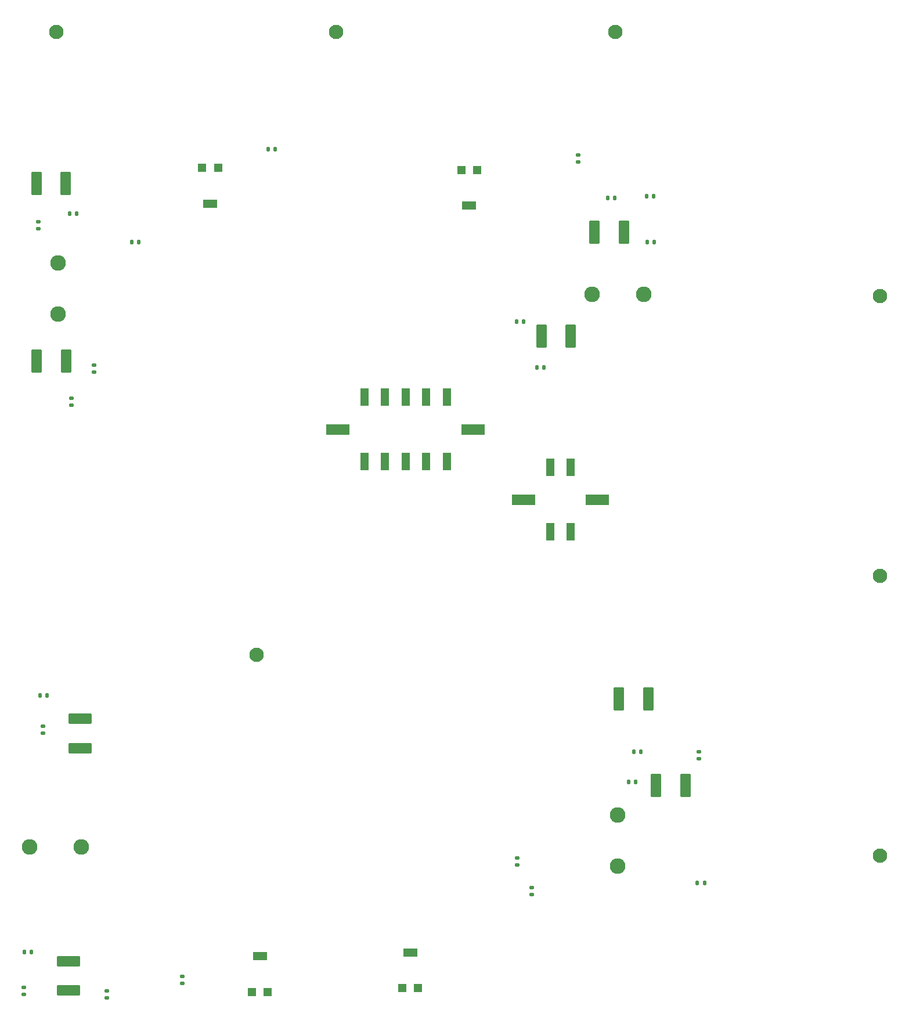
<source format=gbr>
%TF.GenerationSoftware,KiCad,Pcbnew,(6.0.10-0)*%
%TF.CreationDate,2023-04-17T19:00:21-04:00*%
%TF.ProjectId,my_anode,6d795f61-6e6f-4646-952e-6b696361645f,rev?*%
%TF.SameCoordinates,Original*%
%TF.FileFunction,Soldermask,Top*%
%TF.FilePolarity,Negative*%
%FSLAX46Y46*%
G04 Gerber Fmt 4.6, Leading zero omitted, Abs format (unit mm)*
G04 Created by KiCad (PCBNEW (6.0.10-0)) date 2023-04-17 19:00:21*
%MOMM*%
%LPD*%
G01*
G04 APERTURE LIST*
G04 Aperture macros list*
%AMRoundRect*
0 Rectangle with rounded corners*
0 $1 Rounding radius*
0 $2 $3 $4 $5 $6 $7 $8 $9 X,Y pos of 4 corners*
0 Add a 4 corners polygon primitive as box body*
4,1,4,$2,$3,$4,$5,$6,$7,$8,$9,$2,$3,0*
0 Add four circle primitives for the rounded corners*
1,1,$1+$1,$2,$3*
1,1,$1+$1,$4,$5*
1,1,$1+$1,$6,$7*
1,1,$1+$1,$8,$9*
0 Add four rect primitives between the rounded corners*
20,1,$1+$1,$2,$3,$4,$5,0*
20,1,$1+$1,$4,$5,$6,$7,0*
20,1,$1+$1,$6,$7,$8,$9,0*
20,1,$1+$1,$8,$9,$2,$3,0*%
G04 Aperture macros list end*
%ADD10RoundRect,0.135000X0.185000X-0.135000X0.185000X0.135000X-0.185000X0.135000X-0.185000X-0.135000X0*%
%ADD11RoundRect,0.135000X-0.185000X0.135000X-0.185000X-0.135000X0.185000X-0.135000X0.185000X0.135000X0*%
%ADD12RoundRect,0.250000X0.537500X1.450000X-0.537500X1.450000X-0.537500X-1.450000X0.537500X-1.450000X0*%
%ADD13C,2.100000*%
%ADD14R,1.300000X1.300000*%
%ADD15R,2.000000X1.300000*%
%ADD16RoundRect,0.135000X-0.135000X-0.185000X0.135000X-0.185000X0.135000X0.185000X-0.135000X0.185000X0*%
%ADD17RoundRect,0.135000X0.135000X0.185000X-0.135000X0.185000X-0.135000X-0.185000X0.135000X-0.185000X0*%
%ADD18C,2.286000*%
%ADD19RoundRect,0.250000X1.450000X-0.537500X1.450000X0.537500X-1.450000X0.537500X-1.450000X-0.537500X0*%
%ADD20RoundRect,0.250000X-0.537500X-1.450000X0.537500X-1.450000X0.537500X1.450000X-0.537500X1.450000X0*%
%ADD21RoundRect,0.250000X-1.450000X0.537500X-1.450000X-0.537500X1.450000X-0.537500X1.450000X0.537500X0*%
%ADD22R,1.270000X2.540000*%
%ADD23R,3.430001X1.650000*%
G04 APERTURE END LIST*
D10*
%TO.C,R20*%
X254660400Y-225249200D03*
X254660400Y-224229200D03*
%TD*%
D11*
%TO.C,R23*%
X237083600Y-137183400D03*
X237083600Y-138203400D03*
%TD*%
%TO.C,R21*%
X228193600Y-239723200D03*
X228193600Y-240743200D03*
%TD*%
D12*
%TO.C,C2*%
X243763800Y-148427850D03*
X239488800Y-148427850D03*
%TD*%
D13*
%TO.C,REF\u002A\u002A*%
X281152600Y-157767800D03*
%TD*%
%TO.C,REF\u002A\u002A*%
X161010800Y-119226800D03*
%TD*%
D14*
%TO.C,R26*%
X182263400Y-139081200D03*
D15*
X183413400Y-144281200D03*
D14*
X184563400Y-139081200D03*
%TD*%
%TO.C,R22*%
X213748000Y-258733600D03*
D15*
X212598000Y-253533600D03*
D14*
X211448000Y-258733600D03*
%TD*%
D11*
%TO.C,R7*%
X163169600Y-172718000D03*
X163169600Y-173738000D03*
%TD*%
D16*
%TO.C,R17*%
X245182200Y-224282000D03*
X246202200Y-224282000D03*
%TD*%
D17*
%TO.C,R3*%
X248211800Y-149933200D03*
X247191800Y-149933200D03*
%TD*%
D18*
%TO.C,D1*%
X246614000Y-157530800D03*
X239114000Y-157530800D03*
%TD*%
D12*
%TO.C,C8*%
X247298300Y-216509600D03*
X243023300Y-216509600D03*
%TD*%
D13*
%TO.C,MOUNTING*%
X190174400Y-210129600D03*
%TD*%
D10*
%TO.C,R18*%
X230276400Y-245086600D03*
X230276400Y-244066600D03*
%TD*%
D18*
%TO.C,D3*%
X157082800Y-238125000D03*
X164582800Y-238125000D03*
%TD*%
D11*
%TO.C,R12*%
X159054800Y-220495400D03*
X159054800Y-221515400D03*
%TD*%
D19*
%TO.C,C6*%
X162763200Y-259058500D03*
X162763200Y-254783500D03*
%TD*%
D17*
%TO.C,R10*%
X163969000Y-145780600D03*
X162949000Y-145780600D03*
%TD*%
D16*
%TO.C,R25*%
X191869600Y-136347200D03*
X192889600Y-136347200D03*
%TD*%
D17*
%TO.C,R11*%
X159588200Y-216052400D03*
X158568200Y-216052400D03*
%TD*%
D10*
%TO.C,R14*%
X156235400Y-259666200D03*
X156235400Y-258646200D03*
%TD*%
D20*
%TO.C,C1*%
X231745700Y-163652200D03*
X236020700Y-163652200D03*
%TD*%
D16*
%TO.C,R2*%
X231036400Y-168224200D03*
X232056400Y-168224200D03*
%TD*%
D21*
%TO.C,C5*%
X164465000Y-219452100D03*
X164465000Y-223727100D03*
%TD*%
D20*
%TO.C,C4*%
X158085700Y-141376400D03*
X162360700Y-141376400D03*
%TD*%
D14*
%TO.C,R28*%
X191802400Y-259267000D03*
D15*
X190652400Y-254067000D03*
D14*
X189502400Y-259267000D03*
%TD*%
%TO.C,R24*%
X220058600Y-139411400D03*
D15*
X221208600Y-144611400D03*
D14*
X222358600Y-139411400D03*
%TD*%
D13*
%TO.C,REF\u002A\u002A*%
X201760800Y-119226800D03*
%TD*%
%TO.C,REF\u002A\u002A*%
X281127200Y-239369400D03*
%TD*%
D17*
%TO.C,R19*%
X255500600Y-243357400D03*
X254480600Y-243357400D03*
%TD*%
D18*
%TO.C,D4*%
X242857000Y-240950600D03*
X242857000Y-233450600D03*
%TD*%
%TO.C,D2*%
X161239200Y-152917200D03*
X161239200Y-160417200D03*
%TD*%
D16*
%TO.C,R1*%
X228140800Y-161467800D03*
X229160800Y-161467800D03*
%TD*%
D10*
%TO.C,R15*%
X168300400Y-260125400D03*
X168300400Y-259105400D03*
%TD*%
D11*
%TO.C,R9*%
X158318200Y-146911600D03*
X158318200Y-147931600D03*
%TD*%
D17*
%TO.C,R5*%
X242394200Y-143484600D03*
X241374200Y-143484600D03*
%TD*%
D16*
%TO.C,R8*%
X171956000Y-149910800D03*
X172976000Y-149910800D03*
%TD*%
D11*
%TO.C,R6*%
X166497000Y-167866600D03*
X166497000Y-168886600D03*
%TD*%
D22*
%TO.C,J3*%
X217912198Y-181915801D03*
X214912199Y-181915801D03*
X211912200Y-181915801D03*
X208912201Y-181915801D03*
X205912202Y-181915801D03*
X217912198Y-172515802D03*
X214912199Y-172515802D03*
X211912200Y-172515802D03*
X208912201Y-172515802D03*
X205912202Y-172515802D03*
D23*
X221797176Y-177215800D03*
X202027224Y-177215800D03*
%TD*%
D22*
%TO.C,J4*%
X233018200Y-182777399D03*
X236018200Y-182777399D03*
X233018200Y-192177398D03*
X236018200Y-192177398D03*
D23*
X229133215Y-187477400D03*
X239903185Y-187477400D03*
%TD*%
D16*
%TO.C,R13*%
X156309600Y-253415800D03*
X157329600Y-253415800D03*
%TD*%
D12*
%TO.C,C3*%
X162386100Y-167233600D03*
X158111100Y-167233600D03*
%TD*%
D13*
%TO.C,REF\u002A\u002A*%
X242510800Y-119226800D03*
%TD*%
D17*
%TO.C,R16*%
X245442200Y-228650800D03*
X244422200Y-228650800D03*
%TD*%
D10*
%TO.C,R27*%
X179349400Y-258066000D03*
X179349400Y-257046000D03*
%TD*%
D16*
%TO.C,R4*%
X247062800Y-143227600D03*
X248082800Y-143227600D03*
%TD*%
D20*
%TO.C,C7*%
X248458900Y-229184200D03*
X252733900Y-229184200D03*
%TD*%
D13*
%TO.C,REF\u002A\u002A*%
X281127200Y-198619400D03*
%TD*%
M02*

</source>
